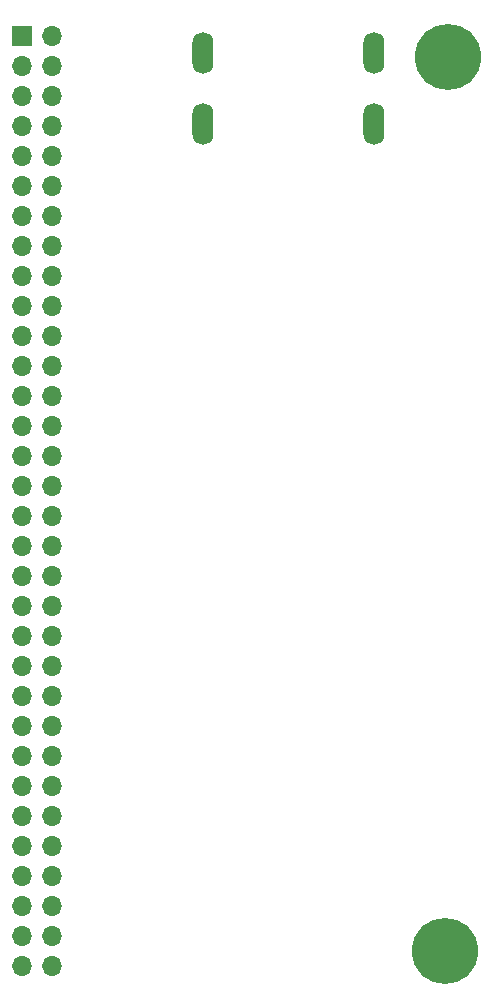
<source format=gbr>
%TF.GenerationSoftware,KiCad,Pcbnew,6.0.4*%
%TF.CreationDate,2022-05-03T23:03:23+02:00*%
%TF.ProjectId,hdmi brd,68646d69-2062-4726-942e-6b696361645f,rev?*%
%TF.SameCoordinates,Original*%
%TF.FileFunction,Soldermask,Bot*%
%TF.FilePolarity,Negative*%
%FSLAX46Y46*%
G04 Gerber Fmt 4.6, Leading zero omitted, Abs format (unit mm)*
G04 Created by KiCad (PCBNEW 6.0.4) date 2022-05-03 23:03:23*
%MOMM*%
%LPD*%
G01*
G04 APERTURE LIST*
%ADD10O,1.778000X3.556000*%
%ADD11C,5.600000*%
%ADD12R,1.700000X1.700000*%
%ADD13O,1.700000X1.700000*%
G04 APERTURE END LIST*
D10*
%TO.C,J2*%
X106056000Y-55715000D03*
X91556000Y-55715000D03*
X106056000Y-49715000D03*
X91556000Y-49715000D03*
%TD*%
D11*
%TO.C,H2*%
X112014000Y-125730000D03*
%TD*%
%TO.C,H1*%
X112268000Y-50038000D03*
%TD*%
D12*
%TO.C,J1*%
X76200000Y-48260000D03*
D13*
X78740000Y-48260000D03*
X76200000Y-50800000D03*
X78740000Y-50800000D03*
X76200000Y-53340000D03*
X78740000Y-53340000D03*
X76200000Y-55880000D03*
X78740000Y-55880000D03*
X76200000Y-58420000D03*
X78740000Y-58420000D03*
X76200000Y-60960000D03*
X78740000Y-60960000D03*
X76200000Y-63500000D03*
X78740000Y-63500000D03*
X76200000Y-66040000D03*
X78740000Y-66040000D03*
X76200000Y-68580000D03*
X78740000Y-68580000D03*
X76200000Y-71120000D03*
X78740000Y-71120000D03*
X76200000Y-73660000D03*
X78740000Y-73660000D03*
X76200000Y-76200000D03*
X78740000Y-76200000D03*
X76200000Y-78740000D03*
X78740000Y-78740000D03*
X76200000Y-81280000D03*
X78740000Y-81280000D03*
X76200000Y-83820000D03*
X78740000Y-83820000D03*
X76200000Y-86360000D03*
X78740000Y-86360000D03*
X76200000Y-88900000D03*
X78740000Y-88900000D03*
X76200000Y-91440000D03*
X78740000Y-91440000D03*
X76200000Y-93980000D03*
X78740000Y-93980000D03*
X76200000Y-96520000D03*
X78740000Y-96520000D03*
X76200000Y-99060000D03*
X78740000Y-99060000D03*
X76200000Y-101600000D03*
X78740000Y-101600000D03*
X76200000Y-104140000D03*
X78740000Y-104140000D03*
X76200000Y-106680000D03*
X78740000Y-106680000D03*
X76200000Y-109220000D03*
X78740000Y-109220000D03*
X76200000Y-111760000D03*
X78740000Y-111760000D03*
X76200000Y-114300000D03*
X78740000Y-114300000D03*
X76200000Y-116840000D03*
X78740000Y-116840000D03*
X76200000Y-119380000D03*
X78740000Y-119380000D03*
X76200000Y-121920000D03*
X78740000Y-121920000D03*
X76200000Y-124460000D03*
X78740000Y-124460000D03*
X76200000Y-127000000D03*
X78740000Y-127000000D03*
%TD*%
M02*

</source>
